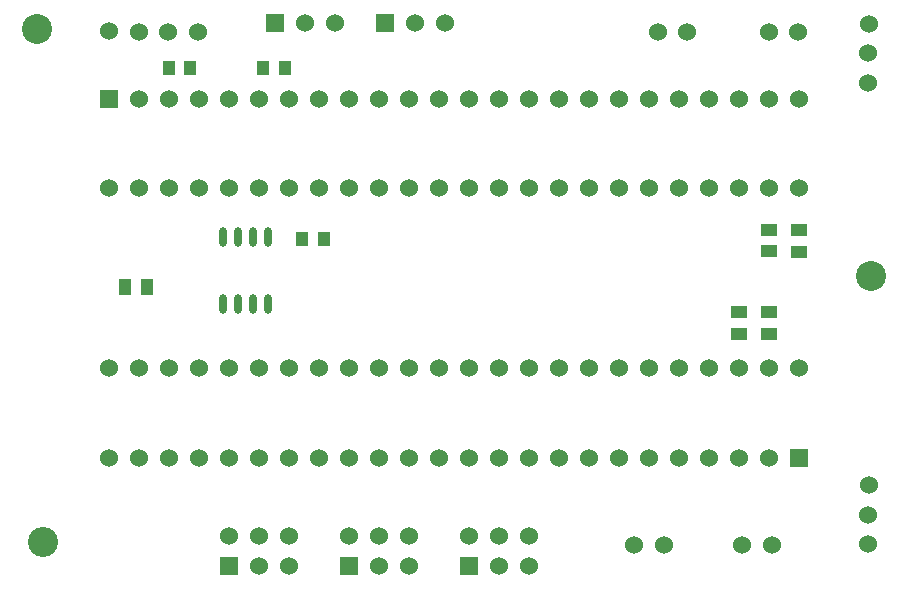
<source format=gbr>
%TF.GenerationSoftware,Altium Limited,Altium Designer,19.1.8 (144)*%
G04 Layer_Color=255*
%FSLAX26Y26*%
%MOIN*%
%TF.FileFunction,Pads,Bot*%
%TF.Part,Single*%
G01*
G75*
%TA.AperFunction,SMDPad,CuDef*%
%ADD10R,0.041339X0.055118*%
%TA.AperFunction,ComponentPad*%
%ADD15C,0.060000*%
%ADD16R,0.060000X0.060000*%
%TA.AperFunction,ViaPad*%
%ADD17C,0.100000*%
%ADD18O,0.100000X0.100480*%
%TA.AperFunction,SMDPad,CuDef*%
%ADD20R,0.041339X0.051181*%
%ADD21R,0.055118X0.041339*%
%ADD22O,0.025591X0.064961*%
D10*
X486417Y1070000D02*
D03*
X413583D02*
D03*
D15*
X2890000Y211575D02*
D03*
Y310000D02*
D03*
X2893937Y408425D02*
D03*
Y1946850D02*
D03*
X2890000Y1848425D02*
D03*
Y1750000D02*
D03*
X2658425Y1920000D02*
D03*
X2560000D02*
D03*
X2111575Y210000D02*
D03*
X2210000D02*
D03*
X560000Y800000D02*
D03*
X760000D02*
D03*
X660000D02*
D03*
X460000D02*
D03*
X360000D02*
D03*
X1060000D02*
D03*
X960000D02*
D03*
X860000D02*
D03*
X1260000D02*
D03*
X1160000D02*
D03*
X460000Y1400000D02*
D03*
X360000D02*
D03*
X660000D02*
D03*
X560000D02*
D03*
X860000D02*
D03*
X760000D02*
D03*
X1060000D02*
D03*
X960000D02*
D03*
X1260000D02*
D03*
X1160000D02*
D03*
X1760000Y800000D02*
D03*
X1960000D02*
D03*
X1860000D02*
D03*
X1460000D02*
D03*
X1360000D02*
D03*
X1660000D02*
D03*
X1560000D02*
D03*
X2160000D02*
D03*
X2060000D02*
D03*
X2360000D02*
D03*
X2260000D02*
D03*
X2660000D02*
D03*
X2460000D02*
D03*
X1760000Y1400000D02*
D03*
X1960000D02*
D03*
X1860000D02*
D03*
X1460000D02*
D03*
X1360000D02*
D03*
X1660000D02*
D03*
X1560000D02*
D03*
X2160000D02*
D03*
X2060000D02*
D03*
X2560000Y800000D02*
D03*
X2260000Y1400000D02*
D03*
X2460000D02*
D03*
X2360000D02*
D03*
X2660000D02*
D03*
X2560000D02*
D03*
X2190000Y1920000D02*
D03*
X2288425D02*
D03*
X656850D02*
D03*
X558425D02*
D03*
X460000D02*
D03*
X361575Y1923937D02*
D03*
X2570000Y210000D02*
D03*
X2471575D02*
D03*
X2560000Y1695000D02*
D03*
X2460000D02*
D03*
X2360000D02*
D03*
X2260000D02*
D03*
X1860000D02*
D03*
X1960000D02*
D03*
X2060000D02*
D03*
X2160000D02*
D03*
X1460000D02*
D03*
X1560000D02*
D03*
X1660000D02*
D03*
X1760000D02*
D03*
X1060000D02*
D03*
X1160000D02*
D03*
X1260000D02*
D03*
X1360000D02*
D03*
X660000D02*
D03*
X560000D02*
D03*
X460000D02*
D03*
X960000D02*
D03*
X860000D02*
D03*
X760000D02*
D03*
X2660000D02*
D03*
X1380000Y1950000D02*
D03*
X1480000D02*
D03*
X1015000D02*
D03*
X1115000D02*
D03*
X460000Y500000D02*
D03*
X560000D02*
D03*
X660000D02*
D03*
X760000D02*
D03*
X1160000D02*
D03*
X1060000D02*
D03*
X960000D02*
D03*
X860000D02*
D03*
X1560000D02*
D03*
X1460000D02*
D03*
X1360000D02*
D03*
X1260000D02*
D03*
X1960000D02*
D03*
X1860000D02*
D03*
X1760000D02*
D03*
X1660000D02*
D03*
X2360000D02*
D03*
X2460000D02*
D03*
X2560000D02*
D03*
X2060000D02*
D03*
X2160000D02*
D03*
X2260000D02*
D03*
X360000D02*
D03*
X1660000Y140000D02*
D03*
X1760000D02*
D03*
X1560000Y240000D02*
D03*
X1660000D02*
D03*
X1760000D02*
D03*
X860000Y140000D02*
D03*
X960000D02*
D03*
X760000Y240000D02*
D03*
X860000D02*
D03*
X960000D02*
D03*
X1260000Y140000D02*
D03*
X1360000D02*
D03*
X1160000Y240000D02*
D03*
X1260000D02*
D03*
X1360000D02*
D03*
D16*
X360000Y1695000D02*
D03*
X1280000Y1950000D02*
D03*
X915000D02*
D03*
X2660000Y500000D02*
D03*
X1560000Y140000D02*
D03*
X760000D02*
D03*
X1160000D02*
D03*
D17*
X120000Y1930000D02*
D03*
X2900000Y1105000D02*
D03*
D18*
X140000Y220000D02*
D03*
D20*
X632835Y1800000D02*
D03*
X560000D02*
D03*
X873583D02*
D03*
X946417D02*
D03*
X1003583Y1230000D02*
D03*
X1076417D02*
D03*
D21*
X2560000Y1261417D02*
D03*
Y1188583D02*
D03*
X2460000Y986417D02*
D03*
Y913583D02*
D03*
X2560000Y912165D02*
D03*
Y985000D02*
D03*
X2660000Y1187165D02*
D03*
Y1260000D02*
D03*
D22*
X740000Y1236220D02*
D03*
X790000D02*
D03*
X840000D02*
D03*
X790000Y1013779D02*
D03*
X840000D02*
D03*
X740000D02*
D03*
X890000Y1236220D02*
D03*
Y1013779D02*
D03*
%TF.MD5,f3a18a0cbfd6e747af0e3886cbf7d25e*%
M02*

</source>
